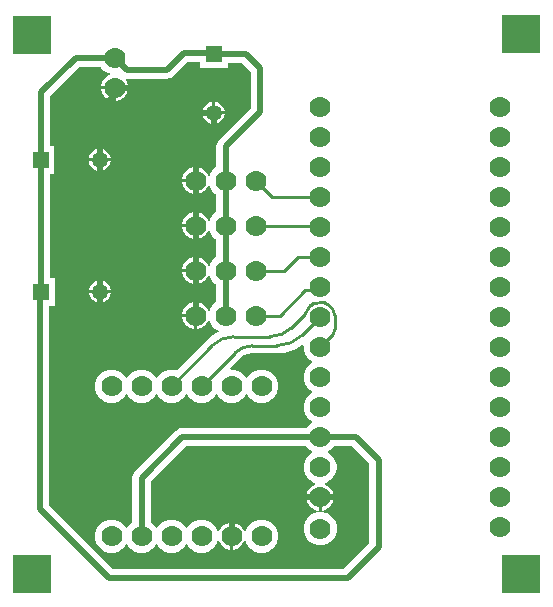
<source format=gtl>
G04*
G04 #@! TF.GenerationSoftware,Altium Limited,Altium Designer,21.8.1 (53)*
G04*
G04 Layer_Physical_Order=1*
G04 Layer_Color=255*
%FSLAX44Y44*%
%MOMM*%
G71*
G04*
G04 #@! TF.SameCoordinates,4F22C770-9D15-417D-9D0D-A021CFFA2AF0*
G04*
G04*
G04 #@! TF.FilePolarity,Positive*
G04*
G01*
G75*
%ADD15C,0.2540*%
%ADD16C,0.5080*%
%ADD17R,3.2000X3.2000*%
%ADD18C,1.7780*%
%ADD19C,1.3500*%
%ADD20R,1.3500X1.3500*%
%ADD21R,1.3500X1.3500*%
G36*
X910190Y1003770D02*
X933850D01*
Y1007914D01*
X945906D01*
X953704Y1000116D01*
Y969653D01*
X926745Y942695D01*
X925524Y941103D01*
X924756Y939249D01*
X924494Y937260D01*
Y919744D01*
X923602Y919229D01*
X921001Y916628D01*
X919162Y913442D01*
X918823Y912175D01*
X917508D01*
X917431Y912462D01*
X915926Y915068D01*
X913798Y917196D01*
X911192Y918701D01*
X908285Y919480D01*
X908050D01*
Y908050D01*
Y896620D01*
X908285D01*
X911192Y897399D01*
X913798Y898904D01*
X915926Y901032D01*
X917431Y903638D01*
X917508Y903925D01*
X918823D01*
X919162Y902658D01*
X921001Y899472D01*
X923602Y896871D01*
X924494Y896356D01*
Y881644D01*
X923602Y881129D01*
X921001Y878528D01*
X919162Y875342D01*
X918823Y874075D01*
X917508D01*
X917431Y874362D01*
X915926Y876968D01*
X913798Y879096D01*
X911192Y880601D01*
X908285Y881380D01*
X908050D01*
Y869950D01*
Y858520D01*
X908285D01*
X911192Y859299D01*
X913798Y860804D01*
X915926Y862932D01*
X917431Y865538D01*
X917508Y865825D01*
X918823D01*
X919162Y864558D01*
X921001Y861372D01*
X923602Y858771D01*
X924494Y858256D01*
Y843544D01*
X923602Y843029D01*
X921001Y840428D01*
X919162Y837242D01*
X918823Y835975D01*
X917508D01*
X917431Y836262D01*
X915926Y838868D01*
X913798Y840996D01*
X911192Y842501D01*
X908285Y843280D01*
X908050D01*
Y831850D01*
Y820420D01*
X908285D01*
X911192Y821199D01*
X913798Y822704D01*
X915926Y824832D01*
X917431Y827438D01*
X917508Y827725D01*
X918823D01*
X919162Y826458D01*
X921001Y823272D01*
X923602Y820671D01*
X924494Y820156D01*
Y805444D01*
X923602Y804929D01*
X921001Y802328D01*
X919162Y799142D01*
X918823Y797875D01*
X917508D01*
X917431Y798162D01*
X915926Y800768D01*
X913798Y802896D01*
X911192Y804401D01*
X908285Y805180D01*
X908050D01*
Y793750D01*
Y782320D01*
X908285D01*
X911192Y783099D01*
X913798Y784604D01*
X915926Y786732D01*
X917431Y789338D01*
X917508Y789625D01*
X918823D01*
X919162Y788358D01*
X921001Y785172D01*
X923602Y782571D01*
X926218Y781061D01*
X926125Y779648D01*
X924432Y778947D01*
X920171Y776336D01*
X916538Y773232D01*
X916352Y773109D01*
X890645Y747401D01*
X888299Y748030D01*
X884621D01*
X881068Y747078D01*
X877882Y745239D01*
X875281Y742638D01*
X874395Y741103D01*
X873125D01*
X872239Y742638D01*
X869638Y745239D01*
X866452Y747078D01*
X862899Y748030D01*
X859221D01*
X855668Y747078D01*
X852482Y745239D01*
X849881Y742638D01*
X848995Y741103D01*
X847725D01*
X846839Y742638D01*
X844238Y745239D01*
X841052Y747078D01*
X837499Y748030D01*
X833821D01*
X830268Y747078D01*
X827082Y745239D01*
X824481Y742638D01*
X822642Y739452D01*
X821690Y735899D01*
Y732221D01*
X822642Y728668D01*
X824481Y725482D01*
X827082Y722881D01*
X830268Y721042D01*
X833821Y720090D01*
X837499D01*
X841052Y721042D01*
X844238Y722881D01*
X846839Y725482D01*
X847725Y727017D01*
X848995D01*
X849881Y725482D01*
X852482Y722881D01*
X855668Y721042D01*
X859221Y720090D01*
X862899D01*
X866452Y721042D01*
X869638Y722881D01*
X872239Y725482D01*
X873125Y727017D01*
X874395D01*
X875281Y725482D01*
X877882Y722881D01*
X881068Y721042D01*
X884621Y720090D01*
X888299D01*
X891852Y721042D01*
X895038Y722881D01*
X897639Y725482D01*
X898525Y727017D01*
X899795D01*
X900681Y725482D01*
X903282Y722881D01*
X906468Y721042D01*
X910021Y720090D01*
X913699D01*
X917252Y721042D01*
X920438Y722881D01*
X923039Y725482D01*
X923925Y727017D01*
X925195D01*
X926081Y725482D01*
X928682Y722881D01*
X931868Y721042D01*
X935421Y720090D01*
X939099D01*
X942652Y721042D01*
X945838Y722881D01*
X948439Y725482D01*
X949325Y727017D01*
X950595D01*
X951481Y725482D01*
X954082Y722881D01*
X957268Y721042D01*
X960821Y720090D01*
X964499D01*
X968052Y721042D01*
X971238Y722881D01*
X973839Y725482D01*
X975678Y728668D01*
X976630Y732221D01*
Y735899D01*
X975678Y739452D01*
X973839Y742638D01*
X971238Y745239D01*
X968052Y747078D01*
X964499Y748030D01*
X960821D01*
X957268Y747078D01*
X954082Y745239D01*
X951481Y742638D01*
X950595Y741103D01*
X949325D01*
X948439Y742638D01*
X945838Y745239D01*
X942652Y747078D01*
X939099Y748030D01*
X936782D01*
X936256Y749300D01*
X944559Y757602D01*
X944770Y757919D01*
X947519Y760028D01*
X951067Y761498D01*
X953622Y761834D01*
X954875Y761876D01*
Y761876D01*
X975743D01*
X975743Y761876D01*
Y761876D01*
X975849Y761897D01*
X981405Y762334D01*
X986929Y763660D01*
X992176Y765834D01*
X996950Y768759D01*
X997216Y768696D01*
X998220Y768157D01*
Y765241D01*
X999172Y761688D01*
X1001011Y758502D01*
X1003612Y755901D01*
X1005147Y755015D01*
Y753745D01*
X1003612Y752859D01*
X1001011Y750258D01*
X999172Y747072D01*
X998220Y743519D01*
Y739841D01*
X999172Y736288D01*
X1001011Y733102D01*
X1003612Y730501D01*
X1005147Y729615D01*
Y728345D01*
X1003612Y727459D01*
X1001011Y724858D01*
X999172Y721672D01*
X998220Y718119D01*
Y714441D01*
X999172Y710888D01*
X1001011Y707702D01*
X1003612Y705101D01*
X1005147Y704215D01*
Y702945D01*
X1003612Y702059D01*
X1001011Y699458D01*
X1000496Y698566D01*
X895350D01*
X893361Y698304D01*
X891507Y697536D01*
X889915Y696315D01*
X855625Y662025D01*
X854404Y660433D01*
X853636Y658579D01*
X853374Y656590D01*
Y618754D01*
X852482Y618239D01*
X849881Y615638D01*
X848995Y614103D01*
X847725D01*
X846839Y615638D01*
X844238Y618239D01*
X841052Y620078D01*
X837499Y621030D01*
X833821D01*
X830268Y620078D01*
X827082Y618239D01*
X824481Y615638D01*
X822642Y612452D01*
X821690Y608899D01*
Y605221D01*
X822642Y601668D01*
X824481Y598482D01*
X827082Y595881D01*
X830268Y594042D01*
X833821Y593090D01*
X837499D01*
X841052Y594042D01*
X844238Y595881D01*
X846839Y598482D01*
X847725Y600017D01*
X848995D01*
X849881Y598482D01*
X852482Y595881D01*
X855668Y594042D01*
X859221Y593090D01*
X862899D01*
X866452Y594042D01*
X869638Y595881D01*
X872239Y598482D01*
X873125Y600017D01*
X874395D01*
X875281Y598482D01*
X877882Y595881D01*
X881068Y594042D01*
X884621Y593090D01*
X888299D01*
X891852Y594042D01*
X895038Y595881D01*
X897639Y598482D01*
X898525Y600017D01*
X899795D01*
X900681Y598482D01*
X903282Y595881D01*
X906468Y594042D01*
X910021Y593090D01*
X913699D01*
X917252Y594042D01*
X920438Y595881D01*
X923039Y598482D01*
X924878Y601668D01*
X925217Y602935D01*
X926532D01*
X926609Y602648D01*
X928114Y600042D01*
X930242Y597914D01*
X932848Y596409D01*
X935755Y595630D01*
X935990D01*
Y607060D01*
Y618490D01*
X935755D01*
X932848Y617711D01*
X930242Y616206D01*
X928114Y614078D01*
X926609Y611472D01*
X926532Y611185D01*
X925217D01*
X924878Y612452D01*
X923039Y615638D01*
X920438Y618239D01*
X917252Y620078D01*
X913699Y621030D01*
X910021D01*
X906468Y620078D01*
X903282Y618239D01*
X900681Y615638D01*
X899795Y614103D01*
X898525D01*
X897639Y615638D01*
X895038Y618239D01*
X891852Y620078D01*
X888299Y621030D01*
X884621D01*
X881068Y620078D01*
X877882Y618239D01*
X875281Y615638D01*
X874395Y614103D01*
X873125D01*
X872239Y615638D01*
X869638Y618239D01*
X868746Y618754D01*
Y653406D01*
X898534Y683194D01*
X1000496D01*
X1001011Y682302D01*
X1003612Y679701D01*
X1005147Y678815D01*
Y677545D01*
X1003612Y676659D01*
X1001011Y674058D01*
X999172Y670872D01*
X998220Y667319D01*
Y663641D01*
X999172Y660088D01*
X1001011Y656902D01*
X1003612Y654301D01*
X1006798Y652462D01*
X1008065Y652123D01*
Y650808D01*
X1007778Y650731D01*
X1005172Y649226D01*
X1003044Y647098D01*
X1001539Y644492D01*
X1000760Y641585D01*
Y641350D01*
X1012190D01*
X1023620D01*
Y641585D01*
X1022841Y644492D01*
X1021336Y647098D01*
X1019208Y649226D01*
X1016602Y650731D01*
X1016315Y650808D01*
Y652123D01*
X1017582Y652462D01*
X1020768Y654301D01*
X1023369Y656902D01*
X1025208Y660088D01*
X1026160Y663641D01*
Y667319D01*
X1025208Y670872D01*
X1023369Y674058D01*
X1020768Y676659D01*
X1019233Y677545D01*
Y678815D01*
X1020768Y679701D01*
X1023369Y682302D01*
X1023884Y683194D01*
X1039486D01*
X1054034Y668646D01*
Y600918D01*
X1032302Y579186D01*
X836304D01*
X782386Y633104D01*
Y802240D01*
X787800D01*
Y825900D01*
X783656D01*
Y914000D01*
X787330D01*
Y937660D01*
X783656D01*
Y979796D01*
X808363Y1004504D01*
X826506D01*
X827021Y1003612D01*
X829622Y1001011D01*
X832808Y999172D01*
X834075Y998833D01*
Y997518D01*
X833788Y997441D01*
X831182Y995936D01*
X829054Y993808D01*
X827549Y991202D01*
X826770Y988295D01*
Y988060D01*
X838200D01*
X849630D01*
Y988295D01*
X848851Y991202D01*
X847728Y993146D01*
X848189Y994019D01*
X848503Y994344D01*
X882650D01*
X884639Y994606D01*
X886493Y995374D01*
X888085Y996595D01*
X899803Y1008314D01*
X910190D01*
Y1003770D01*
D02*
G37*
%LPC*%
G36*
X849630Y985520D02*
X839470D01*
Y975360D01*
X839705D01*
X842612Y976139D01*
X845218Y977644D01*
X847346Y979772D01*
X848851Y982378D01*
X849630Y985285D01*
Y985520D01*
D02*
G37*
G36*
X836930D02*
X826770D01*
Y985285D01*
X827549Y982378D01*
X829054Y979772D01*
X831182Y977644D01*
X833788Y976139D01*
X836695Y975360D01*
X836930D01*
Y985520D01*
D02*
G37*
G36*
X923290Y974877D02*
Y966870D01*
X931297D01*
X930677Y969186D01*
X929454Y971304D01*
X927724Y973034D01*
X925606Y974257D01*
X923290Y974877D01*
D02*
G37*
G36*
X920750Y974877D02*
X918434Y974257D01*
X916316Y973034D01*
X914586Y971304D01*
X913363Y969186D01*
X912742Y966870D01*
X920750D01*
Y974877D01*
D02*
G37*
G36*
X931297Y964330D02*
X923290D01*
Y956323D01*
X925606Y956943D01*
X927724Y958166D01*
X929454Y959896D01*
X930677Y962014D01*
X931297Y964330D01*
D02*
G37*
G36*
X920750D02*
X912742D01*
X913363Y962014D01*
X914586Y959896D01*
X916316Y958166D01*
X918434Y956943D01*
X920750Y956323D01*
Y964330D01*
D02*
G37*
G36*
X826770Y935107D02*
Y927100D01*
X834777D01*
X834157Y929416D01*
X832934Y931534D01*
X831204Y933264D01*
X829086Y934487D01*
X826770Y935107D01*
D02*
G37*
G36*
X824230D02*
X821914Y934487D01*
X819796Y933264D01*
X818066Y931534D01*
X816843Y929416D01*
X816223Y927100D01*
X824230D01*
Y935107D01*
D02*
G37*
G36*
X834777Y924560D02*
X826770D01*
Y916553D01*
X829086Y917173D01*
X831204Y918396D01*
X832934Y920126D01*
X834157Y922244D01*
X834777Y924560D01*
D02*
G37*
G36*
X824230D02*
X816223D01*
X816843Y922244D01*
X818066Y920126D01*
X819796Y918396D01*
X821914Y917173D01*
X824230Y916553D01*
Y924560D01*
D02*
G37*
G36*
X905510Y919480D02*
X905275D01*
X902368Y918701D01*
X899762Y917196D01*
X897634Y915068D01*
X896129Y912462D01*
X895350Y909555D01*
Y909320D01*
X905510D01*
Y919480D01*
D02*
G37*
G36*
Y906780D02*
X895350D01*
Y906545D01*
X896129Y903638D01*
X897634Y901032D01*
X899762Y898904D01*
X902368Y897399D01*
X905275Y896620D01*
X905510D01*
Y906780D01*
D02*
G37*
G36*
Y881380D02*
X905275D01*
X902368Y880601D01*
X899762Y879096D01*
X897634Y876968D01*
X896129Y874362D01*
X895350Y871455D01*
Y871220D01*
X905510D01*
Y881380D01*
D02*
G37*
G36*
Y868680D02*
X895350D01*
Y868445D01*
X896129Y865538D01*
X897634Y862932D01*
X899762Y860804D01*
X902368Y859299D01*
X905275Y858520D01*
X905510D01*
Y868680D01*
D02*
G37*
G36*
Y843280D02*
X905275D01*
X902368Y842501D01*
X899762Y840996D01*
X897634Y838868D01*
X896129Y836262D01*
X895350Y833355D01*
Y833120D01*
X905510D01*
Y843280D01*
D02*
G37*
G36*
Y830580D02*
X895350D01*
Y830345D01*
X896129Y827438D01*
X897634Y824832D01*
X899762Y822704D01*
X902368Y821199D01*
X905275Y820420D01*
X905510D01*
Y830580D01*
D02*
G37*
G36*
X827240Y823347D02*
Y815340D01*
X835247D01*
X834627Y817656D01*
X833404Y819774D01*
X831674Y821504D01*
X829556Y822727D01*
X827240Y823347D01*
D02*
G37*
G36*
X824700D02*
X822384Y822727D01*
X820266Y821504D01*
X818536Y819774D01*
X817313Y817656D01*
X816693Y815340D01*
X824700D01*
Y823347D01*
D02*
G37*
G36*
X835247Y812800D02*
X827240D01*
Y804792D01*
X829556Y805413D01*
X831674Y806636D01*
X833404Y808366D01*
X834627Y810484D01*
X835247Y812800D01*
D02*
G37*
G36*
X824700D02*
X816693D01*
X817313Y810484D01*
X818536Y808366D01*
X820266Y806636D01*
X822384Y805413D01*
X824700Y804792D01*
Y812800D01*
D02*
G37*
G36*
X905510Y805180D02*
X905275D01*
X902368Y804401D01*
X899762Y802896D01*
X897634Y800768D01*
X896129Y798162D01*
X895350Y795255D01*
Y795020D01*
X905510D01*
Y805180D01*
D02*
G37*
G36*
Y792480D02*
X895350D01*
Y792245D01*
X896129Y789338D01*
X897634Y786732D01*
X899762Y784604D01*
X902368Y783099D01*
X905275Y782320D01*
X905510D01*
Y792480D01*
D02*
G37*
G36*
X1023620Y638810D02*
X1013460D01*
Y628650D01*
X1013695D01*
X1016602Y629429D01*
X1019208Y630934D01*
X1021336Y633062D01*
X1022841Y635668D01*
X1023620Y638575D01*
Y638810D01*
D02*
G37*
G36*
X1010920D02*
X1000760D01*
Y638575D01*
X1001539Y635668D01*
X1003044Y633062D01*
X1005172Y630934D01*
X1007778Y629429D01*
X1010685Y628650D01*
X1010920D01*
Y638810D01*
D02*
G37*
G36*
X964499Y621030D02*
X960821D01*
X957268Y620078D01*
X954082Y618239D01*
X951481Y615638D01*
X949642Y612452D01*
X949303Y611185D01*
X947988D01*
X947911Y611472D01*
X946406Y614078D01*
X944278Y616206D01*
X941672Y617711D01*
X938765Y618490D01*
X938530D01*
Y607060D01*
Y595630D01*
X938765D01*
X941672Y596409D01*
X944278Y597914D01*
X946406Y600042D01*
X947911Y602648D01*
X947988Y602935D01*
X949303D01*
X949642Y601668D01*
X951481Y598482D01*
X954082Y595881D01*
X957268Y594042D01*
X960821Y593090D01*
X964499D01*
X968052Y594042D01*
X971238Y595881D01*
X973839Y598482D01*
X975678Y601668D01*
X976630Y605221D01*
Y608899D01*
X975678Y612452D01*
X973839Y615638D01*
X971238Y618239D01*
X968052Y620078D01*
X964499Y621030D01*
D02*
G37*
G36*
X1014219Y627380D02*
X1010541D01*
X1006988Y626428D01*
X1003802Y624589D01*
X1001201Y621988D01*
X999362Y618802D01*
X998410Y615249D01*
Y611571D01*
X999362Y608018D01*
X1001201Y604832D01*
X1003802Y602231D01*
X1006988Y600392D01*
X1010541Y599440D01*
X1014219D01*
X1017772Y600392D01*
X1020958Y602231D01*
X1023559Y604832D01*
X1025398Y608018D01*
X1026350Y611571D01*
Y615249D01*
X1025398Y618802D01*
X1023559Y621988D01*
X1020958Y624589D01*
X1017772Y626428D01*
X1014219Y627380D01*
D02*
G37*
%LPD*%
D15*
X954875Y768350D02*
G03*
X939980Y762180I0J-21064D01*
G01*
X975743Y768350D02*
G03*
X996769Y777059I0J29736D01*
G01*
X969919Y775970D02*
G03*
X987879Y783410I0J25400D01*
G01*
X1024767Y794242D02*
G03*
X1018392Y803563I-12577J-1762D01*
G01*
X1024767Y794242D02*
G03*
X1024890Y793750I2514J366D01*
G01*
X1023094Y777984D02*
G03*
X1024890Y782320I-4336J4336D01*
G01*
X999338Y794868D02*
G03*
X999974Y795951I-1805J1787D01*
G01*
X1018363Y803580D02*
G03*
X1018392Y803563I1285J2191D01*
G01*
X1003868Y802074D02*
G03*
X1003982Y802179I-1674J1911D01*
G01*
X1004384Y802523D02*
G03*
X1004036Y802233I1444J-2089D01*
G01*
X1016745Y804528D02*
G03*
X1015460Y804878I-1285J-2191D01*
G01*
X1006279Y803721D02*
G03*
X1006581Y803910I-1195J2242D01*
G01*
X1006581D02*
G03*
X1006916Y804033I-707J2439D01*
G01*
X1014718Y804926D02*
G03*
X1015200Y804878I493J2492D01*
G01*
X1006279Y803721D02*
G03*
X1004939Y802906I5911J-11241D01*
G01*
X938891Y775970D02*
G03*
X920930Y768531I0J-25400D01*
G01*
X1003868Y802074D02*
G03*
X999974Y795951I8321J-9594D01*
G01*
X1014718Y804926D02*
G03*
X1006916Y804033I-2528J-12446D01*
G01*
X954875Y768350D02*
X975743D01*
X938891Y775970D02*
X969919D01*
X1006581Y803910D02*
Y803910D01*
X1024890Y793750D02*
X1024890D01*
Y782320D02*
Y793750D01*
X987879Y783410D02*
X999338Y794868D01*
X1012190Y767080D02*
X1023094Y777984D01*
X1003982Y802179D02*
X1004036Y802233D01*
X1004938Y802906D02*
X1004939Y802906D01*
X1004384Y802523D02*
X1004938Y802906D01*
X1016745Y804528D02*
X1018363Y803580D01*
X1015200Y804878D02*
X1015460D01*
X1015200D02*
X1015200D01*
X886460Y734060D02*
X920930Y768531D01*
X996769Y777059D02*
X1012190Y792480D01*
X911860Y734060D02*
X939980Y762180D01*
X977900Y793750D02*
X999490Y815340D01*
X957580Y793750D02*
X977900D01*
X999490Y815340D02*
X1009650D01*
X1012190Y817880D01*
X993140Y843280D02*
X1012190D01*
X981710Y831850D02*
X993140Y843280D01*
X957580Y831850D02*
X981710D01*
X958215Y869315D02*
X1011555D01*
X1012190Y868680D01*
X957580Y869950D02*
X958215Y869315D01*
X957580Y908050D02*
X971550Y894080D01*
X1012190D01*
D16*
X837328Y581660D02*
X1019810D01*
X774700Y629920D02*
X833120Y571500D01*
X774700Y629920D02*
Y812800D01*
X833120Y571500D02*
X1035486D01*
X787400Y631588D02*
X837328Y581660D01*
X787400Y631588D02*
Y765374D01*
X825500Y967740D02*
X835770Y978010D01*
Y984360D02*
X838200Y986790D01*
X825970Y814070D02*
Y925360D01*
Y785330D02*
Y814070D01*
X825500Y925830D02*
Y967740D01*
X835770Y978010D02*
Y984360D01*
X825500Y925830D02*
X825970Y925360D01*
X838200Y986790D02*
X883920D01*
X808990Y768350D02*
X825970Y785330D01*
X790376Y768350D02*
X808990D01*
X787400Y765374D02*
X790376Y768350D01*
X1033780Y595630D02*
Y633730D01*
X1019810Y581660D02*
X1033780Y595630D01*
X953770Y640080D02*
X1012190D01*
X1027430D01*
X1033780Y633730D01*
X1035486Y571500D02*
X1061938Y597952D01*
X1061720Y598170D02*
X1061938Y597952D01*
X1061720Y598170D02*
Y671830D01*
X775970Y814070D02*
Y925830D01*
Y982980D01*
X774700Y812800D02*
X775970Y814070D01*
X1012190Y690880D02*
X1042670D01*
X1061720Y671830D01*
X932180Y869950D02*
Y937260D01*
X895350Y690880D02*
X1012190D01*
X861060Y656590D02*
X895350Y690880D01*
X861060Y607060D02*
Y656590D01*
X932180Y937260D02*
X961390Y966470D01*
Y1003300D01*
X949090Y1015600D02*
X961390Y1003300D01*
X922020Y1015600D02*
X949090D01*
X838200Y1012190D02*
X848360Y1002030D01*
X896620Y1016000D02*
X921620D01*
X882650Y1002030D02*
X896620Y1016000D01*
X848360Y1002030D02*
X882650D01*
X805180Y1012190D02*
X838200D01*
X905110Y965600D02*
X922020D01*
X883920Y986790D02*
X905110Y965600D01*
X906780Y908050D02*
Y937260D01*
X922020Y952500D01*
Y965600D01*
X921620Y1016000D02*
X922020Y1015600D01*
X775970Y982980D02*
X805180Y1012190D01*
X937260Y623570D02*
X953770Y640080D01*
X937260Y607060D02*
Y623570D01*
X906780Y793750D02*
Y831850D01*
X932180D02*
Y869950D01*
Y793750D02*
Y831850D01*
X906780D02*
Y869950D01*
Y908050D01*
D17*
X1182370Y575310D02*
D03*
X768350D02*
D03*
X1182370Y1032510D02*
D03*
X768350Y1031240D02*
D03*
D18*
X1012380Y613410D02*
D03*
X1012190Y970280D02*
D03*
Y944880D02*
D03*
Y919480D02*
D03*
Y894080D02*
D03*
Y868680D02*
D03*
Y843280D02*
D03*
Y817880D02*
D03*
Y792480D02*
D03*
Y767080D02*
D03*
Y741680D02*
D03*
Y716280D02*
D03*
Y690880D02*
D03*
Y665480D02*
D03*
Y640080D02*
D03*
X1164590Y614680D02*
D03*
Y970280D02*
D03*
Y944880D02*
D03*
Y919480D02*
D03*
Y894080D02*
D03*
Y868680D02*
D03*
Y843280D02*
D03*
Y817880D02*
D03*
Y792480D02*
D03*
Y767080D02*
D03*
Y741680D02*
D03*
Y716280D02*
D03*
Y690880D02*
D03*
Y665480D02*
D03*
Y640080D02*
D03*
X835660Y607060D02*
D03*
X861060D02*
D03*
X886460D02*
D03*
X911860D02*
D03*
X937260D02*
D03*
X962660D02*
D03*
X861060Y734060D02*
D03*
X886460D02*
D03*
X911860D02*
D03*
X937260D02*
D03*
X962660D02*
D03*
X835660D02*
D03*
X838200Y986790D02*
D03*
Y1012190D02*
D03*
X906780Y908050D02*
D03*
X932180D02*
D03*
X957580D02*
D03*
X906780Y831850D02*
D03*
X932180D02*
D03*
X957580D02*
D03*
X906780Y793750D02*
D03*
X932180D02*
D03*
X957580D02*
D03*
X906780Y869950D02*
D03*
X932180D02*
D03*
X957580D02*
D03*
D19*
X922020Y965600D02*
D03*
X825970Y814070D02*
D03*
X825500Y925830D02*
D03*
D20*
X922020Y1015600D02*
D03*
D21*
X775970Y814070D02*
D03*
X775500Y925830D02*
D03*
M02*

</source>
